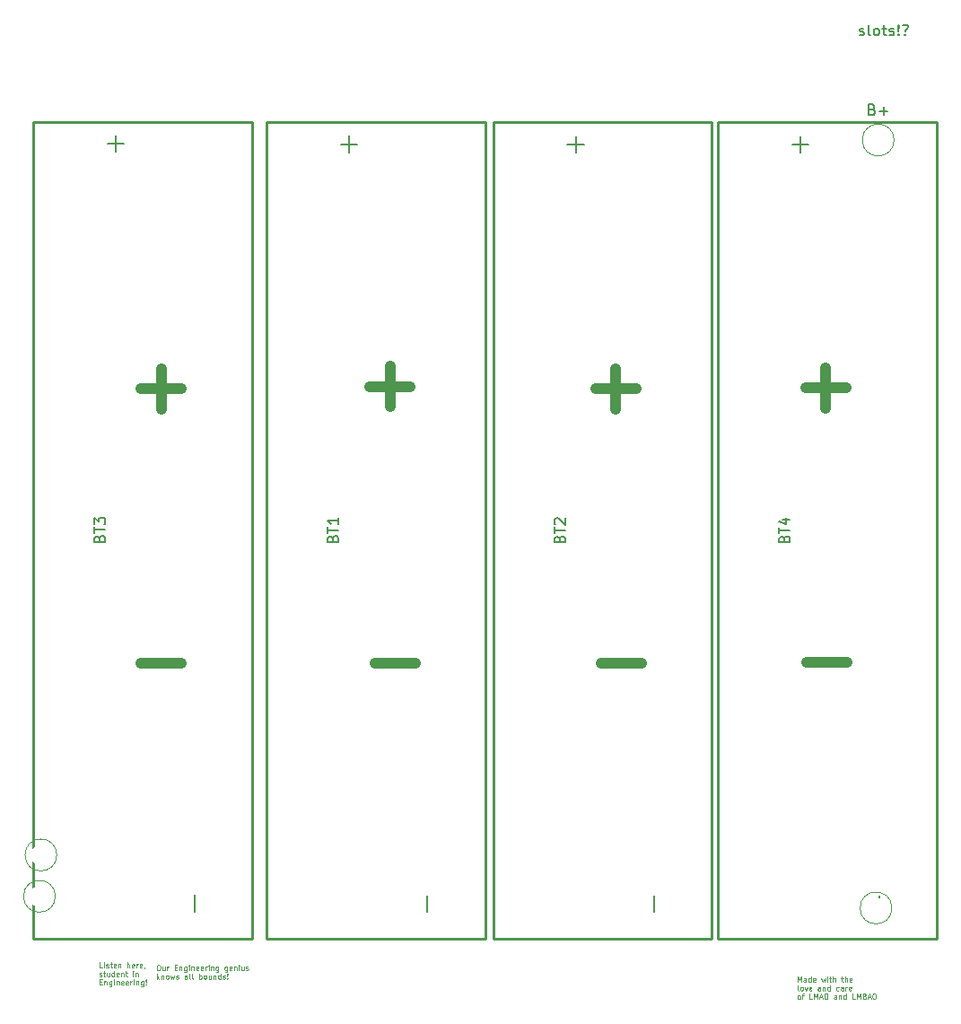
<source format=gbr>
%TF.GenerationSoftware,KiCad,Pcbnew,9.0.0*%
%TF.CreationDate,2025-05-14T15:36:39-07:00*%
%TF.ProjectId,battery_pack_v1a,62617474-6572-4795-9f70-61636b5f7631,rev?*%
%TF.SameCoordinates,Original*%
%TF.FileFunction,Legend,Top*%
%TF.FilePolarity,Positive*%
%FSLAX46Y46*%
G04 Gerber Fmt 4.6, Leading zero omitted, Abs format (unit mm)*
G04 Created by KiCad (PCBNEW 9.0.0) date 2025-05-14 15:36:39*
%MOMM*%
%LPD*%
G01*
G04 APERTURE LIST*
%ADD10C,1.000000*%
%ADD11C,0.150000*%
%ADD12C,0.125000*%
%ADD13C,0.200000*%
%ADD14C,0.250000*%
%ADD15C,0.120000*%
%ADD16C,5.000000*%
%ADD17C,3.300000*%
%ADD18C,2.400000*%
%ADD19O,3.500000X2.500000*%
%ADD20C,2.000000*%
G04 APERTURE END LIST*
D10*
X122448370Y-76031333D02*
X126257894Y-76031333D01*
X124353132Y-77936095D02*
X124353132Y-74126571D01*
X165848370Y-101931333D02*
X169657894Y-101931333D01*
X165348370Y-76031333D02*
X169157894Y-76031333D01*
X167253132Y-77936095D02*
X167253132Y-74126571D01*
X122448370Y-101931333D02*
X126257894Y-101931333D01*
D11*
X190249160Y-42632200D02*
X190344398Y-42679819D01*
X190344398Y-42679819D02*
X190534874Y-42679819D01*
X190534874Y-42679819D02*
X190630112Y-42632200D01*
X190630112Y-42632200D02*
X190677731Y-42536961D01*
X190677731Y-42536961D02*
X190677731Y-42489342D01*
X190677731Y-42489342D02*
X190630112Y-42394104D01*
X190630112Y-42394104D02*
X190534874Y-42346485D01*
X190534874Y-42346485D02*
X190392017Y-42346485D01*
X190392017Y-42346485D02*
X190296779Y-42298866D01*
X190296779Y-42298866D02*
X190249160Y-42203628D01*
X190249160Y-42203628D02*
X190249160Y-42156009D01*
X190249160Y-42156009D02*
X190296779Y-42060771D01*
X190296779Y-42060771D02*
X190392017Y-42013152D01*
X190392017Y-42013152D02*
X190534874Y-42013152D01*
X190534874Y-42013152D02*
X190630112Y-42060771D01*
X191249160Y-42679819D02*
X191153922Y-42632200D01*
X191153922Y-42632200D02*
X191106303Y-42536961D01*
X191106303Y-42536961D02*
X191106303Y-41679819D01*
X191772970Y-42679819D02*
X191677732Y-42632200D01*
X191677732Y-42632200D02*
X191630113Y-42584580D01*
X191630113Y-42584580D02*
X191582494Y-42489342D01*
X191582494Y-42489342D02*
X191582494Y-42203628D01*
X191582494Y-42203628D02*
X191630113Y-42108390D01*
X191630113Y-42108390D02*
X191677732Y-42060771D01*
X191677732Y-42060771D02*
X191772970Y-42013152D01*
X191772970Y-42013152D02*
X191915827Y-42013152D01*
X191915827Y-42013152D02*
X192011065Y-42060771D01*
X192011065Y-42060771D02*
X192058684Y-42108390D01*
X192058684Y-42108390D02*
X192106303Y-42203628D01*
X192106303Y-42203628D02*
X192106303Y-42489342D01*
X192106303Y-42489342D02*
X192058684Y-42584580D01*
X192058684Y-42584580D02*
X192011065Y-42632200D01*
X192011065Y-42632200D02*
X191915827Y-42679819D01*
X191915827Y-42679819D02*
X191772970Y-42679819D01*
X192392018Y-42013152D02*
X192772970Y-42013152D01*
X192534875Y-41679819D02*
X192534875Y-42536961D01*
X192534875Y-42536961D02*
X192582494Y-42632200D01*
X192582494Y-42632200D02*
X192677732Y-42679819D01*
X192677732Y-42679819D02*
X192772970Y-42679819D01*
X193058685Y-42632200D02*
X193153923Y-42679819D01*
X193153923Y-42679819D02*
X193344399Y-42679819D01*
X193344399Y-42679819D02*
X193439637Y-42632200D01*
X193439637Y-42632200D02*
X193487256Y-42536961D01*
X193487256Y-42536961D02*
X193487256Y-42489342D01*
X193487256Y-42489342D02*
X193439637Y-42394104D01*
X193439637Y-42394104D02*
X193344399Y-42346485D01*
X193344399Y-42346485D02*
X193201542Y-42346485D01*
X193201542Y-42346485D02*
X193106304Y-42298866D01*
X193106304Y-42298866D02*
X193058685Y-42203628D01*
X193058685Y-42203628D02*
X193058685Y-42156009D01*
X193058685Y-42156009D02*
X193106304Y-42060771D01*
X193106304Y-42060771D02*
X193201542Y-42013152D01*
X193201542Y-42013152D02*
X193344399Y-42013152D01*
X193344399Y-42013152D02*
X193439637Y-42060771D01*
X193915828Y-42584580D02*
X193963447Y-42632200D01*
X193963447Y-42632200D02*
X193915828Y-42679819D01*
X193915828Y-42679819D02*
X193868209Y-42632200D01*
X193868209Y-42632200D02*
X193915828Y-42584580D01*
X193915828Y-42584580D02*
X193915828Y-42679819D01*
X193915828Y-42298866D02*
X193868209Y-41727438D01*
X193868209Y-41727438D02*
X193915828Y-41679819D01*
X193915828Y-41679819D02*
X193963447Y-41727438D01*
X193963447Y-41727438D02*
X193915828Y-42298866D01*
X193915828Y-42298866D02*
X193915828Y-41679819D01*
X194534875Y-42584580D02*
X194582494Y-42632200D01*
X194582494Y-42632200D02*
X194534875Y-42679819D01*
X194534875Y-42679819D02*
X194487256Y-42632200D01*
X194487256Y-42632200D02*
X194534875Y-42584580D01*
X194534875Y-42584580D02*
X194534875Y-42679819D01*
X194344399Y-41727438D02*
X194439637Y-41679819D01*
X194439637Y-41679819D02*
X194677732Y-41679819D01*
X194677732Y-41679819D02*
X194772970Y-41727438D01*
X194772970Y-41727438D02*
X194820589Y-41822676D01*
X194820589Y-41822676D02*
X194820589Y-41917914D01*
X194820589Y-41917914D02*
X194772970Y-42013152D01*
X194772970Y-42013152D02*
X194725351Y-42060771D01*
X194725351Y-42060771D02*
X194630113Y-42108390D01*
X194630113Y-42108390D02*
X194582494Y-42156009D01*
X194582494Y-42156009D02*
X194534875Y-42251247D01*
X194534875Y-42251247D02*
X194534875Y-42298866D01*
D12*
X118789378Y-130642365D02*
X118551283Y-130642365D01*
X118551283Y-130642365D02*
X118551283Y-130142365D01*
X118956045Y-130642365D02*
X118956045Y-130309032D01*
X118956045Y-130142365D02*
X118932236Y-130166175D01*
X118932236Y-130166175D02*
X118956045Y-130189984D01*
X118956045Y-130189984D02*
X118979855Y-130166175D01*
X118979855Y-130166175D02*
X118956045Y-130142365D01*
X118956045Y-130142365D02*
X118956045Y-130189984D01*
X119170331Y-130618556D02*
X119217950Y-130642365D01*
X119217950Y-130642365D02*
X119313188Y-130642365D01*
X119313188Y-130642365D02*
X119360807Y-130618556D01*
X119360807Y-130618556D02*
X119384616Y-130570936D01*
X119384616Y-130570936D02*
X119384616Y-130547127D01*
X119384616Y-130547127D02*
X119360807Y-130499508D01*
X119360807Y-130499508D02*
X119313188Y-130475698D01*
X119313188Y-130475698D02*
X119241759Y-130475698D01*
X119241759Y-130475698D02*
X119194140Y-130451889D01*
X119194140Y-130451889D02*
X119170331Y-130404270D01*
X119170331Y-130404270D02*
X119170331Y-130380460D01*
X119170331Y-130380460D02*
X119194140Y-130332841D01*
X119194140Y-130332841D02*
X119241759Y-130309032D01*
X119241759Y-130309032D02*
X119313188Y-130309032D01*
X119313188Y-130309032D02*
X119360807Y-130332841D01*
X119527474Y-130309032D02*
X119717950Y-130309032D01*
X119598902Y-130142365D02*
X119598902Y-130570936D01*
X119598902Y-130570936D02*
X119622712Y-130618556D01*
X119622712Y-130618556D02*
X119670331Y-130642365D01*
X119670331Y-130642365D02*
X119717950Y-130642365D01*
X120075092Y-130618556D02*
X120027473Y-130642365D01*
X120027473Y-130642365D02*
X119932235Y-130642365D01*
X119932235Y-130642365D02*
X119884616Y-130618556D01*
X119884616Y-130618556D02*
X119860807Y-130570936D01*
X119860807Y-130570936D02*
X119860807Y-130380460D01*
X119860807Y-130380460D02*
X119884616Y-130332841D01*
X119884616Y-130332841D02*
X119932235Y-130309032D01*
X119932235Y-130309032D02*
X120027473Y-130309032D01*
X120027473Y-130309032D02*
X120075092Y-130332841D01*
X120075092Y-130332841D02*
X120098902Y-130380460D01*
X120098902Y-130380460D02*
X120098902Y-130428079D01*
X120098902Y-130428079D02*
X119860807Y-130475698D01*
X120313187Y-130309032D02*
X120313187Y-130642365D01*
X120313187Y-130356651D02*
X120336997Y-130332841D01*
X120336997Y-130332841D02*
X120384616Y-130309032D01*
X120384616Y-130309032D02*
X120456044Y-130309032D01*
X120456044Y-130309032D02*
X120503663Y-130332841D01*
X120503663Y-130332841D02*
X120527473Y-130380460D01*
X120527473Y-130380460D02*
X120527473Y-130642365D01*
X121146520Y-130642365D02*
X121146520Y-130142365D01*
X121360806Y-130642365D02*
X121360806Y-130380460D01*
X121360806Y-130380460D02*
X121336996Y-130332841D01*
X121336996Y-130332841D02*
X121289377Y-130309032D01*
X121289377Y-130309032D02*
X121217949Y-130309032D01*
X121217949Y-130309032D02*
X121170330Y-130332841D01*
X121170330Y-130332841D02*
X121146520Y-130356651D01*
X121789377Y-130618556D02*
X121741758Y-130642365D01*
X121741758Y-130642365D02*
X121646520Y-130642365D01*
X121646520Y-130642365D02*
X121598901Y-130618556D01*
X121598901Y-130618556D02*
X121575092Y-130570936D01*
X121575092Y-130570936D02*
X121575092Y-130380460D01*
X121575092Y-130380460D02*
X121598901Y-130332841D01*
X121598901Y-130332841D02*
X121646520Y-130309032D01*
X121646520Y-130309032D02*
X121741758Y-130309032D01*
X121741758Y-130309032D02*
X121789377Y-130332841D01*
X121789377Y-130332841D02*
X121813187Y-130380460D01*
X121813187Y-130380460D02*
X121813187Y-130428079D01*
X121813187Y-130428079D02*
X121575092Y-130475698D01*
X122027472Y-130642365D02*
X122027472Y-130309032D01*
X122027472Y-130404270D02*
X122051282Y-130356651D01*
X122051282Y-130356651D02*
X122075091Y-130332841D01*
X122075091Y-130332841D02*
X122122710Y-130309032D01*
X122122710Y-130309032D02*
X122170329Y-130309032D01*
X122527472Y-130618556D02*
X122479853Y-130642365D01*
X122479853Y-130642365D02*
X122384615Y-130642365D01*
X122384615Y-130642365D02*
X122336996Y-130618556D01*
X122336996Y-130618556D02*
X122313187Y-130570936D01*
X122313187Y-130570936D02*
X122313187Y-130380460D01*
X122313187Y-130380460D02*
X122336996Y-130332841D01*
X122336996Y-130332841D02*
X122384615Y-130309032D01*
X122384615Y-130309032D02*
X122479853Y-130309032D01*
X122479853Y-130309032D02*
X122527472Y-130332841D01*
X122527472Y-130332841D02*
X122551282Y-130380460D01*
X122551282Y-130380460D02*
X122551282Y-130428079D01*
X122551282Y-130428079D02*
X122313187Y-130475698D01*
X122789377Y-130618556D02*
X122789377Y-130642365D01*
X122789377Y-130642365D02*
X122765567Y-130689984D01*
X122765567Y-130689984D02*
X122741758Y-130713794D01*
X118527474Y-131423528D02*
X118575093Y-131447337D01*
X118575093Y-131447337D02*
X118670331Y-131447337D01*
X118670331Y-131447337D02*
X118717950Y-131423528D01*
X118717950Y-131423528D02*
X118741759Y-131375908D01*
X118741759Y-131375908D02*
X118741759Y-131352099D01*
X118741759Y-131352099D02*
X118717950Y-131304480D01*
X118717950Y-131304480D02*
X118670331Y-131280670D01*
X118670331Y-131280670D02*
X118598902Y-131280670D01*
X118598902Y-131280670D02*
X118551283Y-131256861D01*
X118551283Y-131256861D02*
X118527474Y-131209242D01*
X118527474Y-131209242D02*
X118527474Y-131185432D01*
X118527474Y-131185432D02*
X118551283Y-131137813D01*
X118551283Y-131137813D02*
X118598902Y-131114004D01*
X118598902Y-131114004D02*
X118670331Y-131114004D01*
X118670331Y-131114004D02*
X118717950Y-131137813D01*
X118884617Y-131114004D02*
X119075093Y-131114004D01*
X118956045Y-130947337D02*
X118956045Y-131375908D01*
X118956045Y-131375908D02*
X118979855Y-131423528D01*
X118979855Y-131423528D02*
X119027474Y-131447337D01*
X119027474Y-131447337D02*
X119075093Y-131447337D01*
X119456045Y-131114004D02*
X119456045Y-131447337D01*
X119241759Y-131114004D02*
X119241759Y-131375908D01*
X119241759Y-131375908D02*
X119265569Y-131423528D01*
X119265569Y-131423528D02*
X119313188Y-131447337D01*
X119313188Y-131447337D02*
X119384616Y-131447337D01*
X119384616Y-131447337D02*
X119432235Y-131423528D01*
X119432235Y-131423528D02*
X119456045Y-131399718D01*
X119908426Y-131447337D02*
X119908426Y-130947337D01*
X119908426Y-131423528D02*
X119860807Y-131447337D01*
X119860807Y-131447337D02*
X119765569Y-131447337D01*
X119765569Y-131447337D02*
X119717950Y-131423528D01*
X119717950Y-131423528D02*
X119694140Y-131399718D01*
X119694140Y-131399718D02*
X119670331Y-131352099D01*
X119670331Y-131352099D02*
X119670331Y-131209242D01*
X119670331Y-131209242D02*
X119694140Y-131161623D01*
X119694140Y-131161623D02*
X119717950Y-131137813D01*
X119717950Y-131137813D02*
X119765569Y-131114004D01*
X119765569Y-131114004D02*
X119860807Y-131114004D01*
X119860807Y-131114004D02*
X119908426Y-131137813D01*
X120336997Y-131423528D02*
X120289378Y-131447337D01*
X120289378Y-131447337D02*
X120194140Y-131447337D01*
X120194140Y-131447337D02*
X120146521Y-131423528D01*
X120146521Y-131423528D02*
X120122712Y-131375908D01*
X120122712Y-131375908D02*
X120122712Y-131185432D01*
X120122712Y-131185432D02*
X120146521Y-131137813D01*
X120146521Y-131137813D02*
X120194140Y-131114004D01*
X120194140Y-131114004D02*
X120289378Y-131114004D01*
X120289378Y-131114004D02*
X120336997Y-131137813D01*
X120336997Y-131137813D02*
X120360807Y-131185432D01*
X120360807Y-131185432D02*
X120360807Y-131233051D01*
X120360807Y-131233051D02*
X120122712Y-131280670D01*
X120575092Y-131114004D02*
X120575092Y-131447337D01*
X120575092Y-131161623D02*
X120598902Y-131137813D01*
X120598902Y-131137813D02*
X120646521Y-131114004D01*
X120646521Y-131114004D02*
X120717949Y-131114004D01*
X120717949Y-131114004D02*
X120765568Y-131137813D01*
X120765568Y-131137813D02*
X120789378Y-131185432D01*
X120789378Y-131185432D02*
X120789378Y-131447337D01*
X120956045Y-131114004D02*
X121146521Y-131114004D01*
X121027473Y-130947337D02*
X121027473Y-131375908D01*
X121027473Y-131375908D02*
X121051283Y-131423528D01*
X121051283Y-131423528D02*
X121098902Y-131447337D01*
X121098902Y-131447337D02*
X121146521Y-131447337D01*
X121694139Y-131447337D02*
X121694139Y-131114004D01*
X121694139Y-130947337D02*
X121670330Y-130971147D01*
X121670330Y-130971147D02*
X121694139Y-130994956D01*
X121694139Y-130994956D02*
X121717949Y-130971147D01*
X121717949Y-130971147D02*
X121694139Y-130947337D01*
X121694139Y-130947337D02*
X121694139Y-130994956D01*
X121932234Y-131114004D02*
X121932234Y-131447337D01*
X121932234Y-131161623D02*
X121956044Y-131137813D01*
X121956044Y-131137813D02*
X122003663Y-131114004D01*
X122003663Y-131114004D02*
X122075091Y-131114004D01*
X122075091Y-131114004D02*
X122122710Y-131137813D01*
X122122710Y-131137813D02*
X122146520Y-131185432D01*
X122146520Y-131185432D02*
X122146520Y-131447337D01*
X118551283Y-131990404D02*
X118717950Y-131990404D01*
X118789378Y-132252309D02*
X118551283Y-132252309D01*
X118551283Y-132252309D02*
X118551283Y-131752309D01*
X118551283Y-131752309D02*
X118789378Y-131752309D01*
X119003664Y-131918976D02*
X119003664Y-132252309D01*
X119003664Y-131966595D02*
X119027474Y-131942785D01*
X119027474Y-131942785D02*
X119075093Y-131918976D01*
X119075093Y-131918976D02*
X119146521Y-131918976D01*
X119146521Y-131918976D02*
X119194140Y-131942785D01*
X119194140Y-131942785D02*
X119217950Y-131990404D01*
X119217950Y-131990404D02*
X119217950Y-132252309D01*
X119670331Y-131918976D02*
X119670331Y-132323738D01*
X119670331Y-132323738D02*
X119646521Y-132371357D01*
X119646521Y-132371357D02*
X119622712Y-132395166D01*
X119622712Y-132395166D02*
X119575093Y-132418976D01*
X119575093Y-132418976D02*
X119503664Y-132418976D01*
X119503664Y-132418976D02*
X119456045Y-132395166D01*
X119670331Y-132228500D02*
X119622712Y-132252309D01*
X119622712Y-132252309D02*
X119527474Y-132252309D01*
X119527474Y-132252309D02*
X119479855Y-132228500D01*
X119479855Y-132228500D02*
X119456045Y-132204690D01*
X119456045Y-132204690D02*
X119432236Y-132157071D01*
X119432236Y-132157071D02*
X119432236Y-132014214D01*
X119432236Y-132014214D02*
X119456045Y-131966595D01*
X119456045Y-131966595D02*
X119479855Y-131942785D01*
X119479855Y-131942785D02*
X119527474Y-131918976D01*
X119527474Y-131918976D02*
X119622712Y-131918976D01*
X119622712Y-131918976D02*
X119670331Y-131942785D01*
X119908426Y-132252309D02*
X119908426Y-131918976D01*
X119908426Y-131752309D02*
X119884617Y-131776119D01*
X119884617Y-131776119D02*
X119908426Y-131799928D01*
X119908426Y-131799928D02*
X119932236Y-131776119D01*
X119932236Y-131776119D02*
X119908426Y-131752309D01*
X119908426Y-131752309D02*
X119908426Y-131799928D01*
X120146521Y-131918976D02*
X120146521Y-132252309D01*
X120146521Y-131966595D02*
X120170331Y-131942785D01*
X120170331Y-131942785D02*
X120217950Y-131918976D01*
X120217950Y-131918976D02*
X120289378Y-131918976D01*
X120289378Y-131918976D02*
X120336997Y-131942785D01*
X120336997Y-131942785D02*
X120360807Y-131990404D01*
X120360807Y-131990404D02*
X120360807Y-132252309D01*
X120789378Y-132228500D02*
X120741759Y-132252309D01*
X120741759Y-132252309D02*
X120646521Y-132252309D01*
X120646521Y-132252309D02*
X120598902Y-132228500D01*
X120598902Y-132228500D02*
X120575093Y-132180880D01*
X120575093Y-132180880D02*
X120575093Y-131990404D01*
X120575093Y-131990404D02*
X120598902Y-131942785D01*
X120598902Y-131942785D02*
X120646521Y-131918976D01*
X120646521Y-131918976D02*
X120741759Y-131918976D01*
X120741759Y-131918976D02*
X120789378Y-131942785D01*
X120789378Y-131942785D02*
X120813188Y-131990404D01*
X120813188Y-131990404D02*
X120813188Y-132038023D01*
X120813188Y-132038023D02*
X120575093Y-132085642D01*
X121217949Y-132228500D02*
X121170330Y-132252309D01*
X121170330Y-132252309D02*
X121075092Y-132252309D01*
X121075092Y-132252309D02*
X121027473Y-132228500D01*
X121027473Y-132228500D02*
X121003664Y-132180880D01*
X121003664Y-132180880D02*
X121003664Y-131990404D01*
X121003664Y-131990404D02*
X121027473Y-131942785D01*
X121027473Y-131942785D02*
X121075092Y-131918976D01*
X121075092Y-131918976D02*
X121170330Y-131918976D01*
X121170330Y-131918976D02*
X121217949Y-131942785D01*
X121217949Y-131942785D02*
X121241759Y-131990404D01*
X121241759Y-131990404D02*
X121241759Y-132038023D01*
X121241759Y-132038023D02*
X121003664Y-132085642D01*
X121456044Y-132252309D02*
X121456044Y-131918976D01*
X121456044Y-132014214D02*
X121479854Y-131966595D01*
X121479854Y-131966595D02*
X121503663Y-131942785D01*
X121503663Y-131942785D02*
X121551282Y-131918976D01*
X121551282Y-131918976D02*
X121598901Y-131918976D01*
X121765568Y-132252309D02*
X121765568Y-131918976D01*
X121765568Y-131752309D02*
X121741759Y-131776119D01*
X121741759Y-131776119D02*
X121765568Y-131799928D01*
X121765568Y-131799928D02*
X121789378Y-131776119D01*
X121789378Y-131776119D02*
X121765568Y-131752309D01*
X121765568Y-131752309D02*
X121765568Y-131799928D01*
X122003663Y-131918976D02*
X122003663Y-132252309D01*
X122003663Y-131966595D02*
X122027473Y-131942785D01*
X122027473Y-131942785D02*
X122075092Y-131918976D01*
X122075092Y-131918976D02*
X122146520Y-131918976D01*
X122146520Y-131918976D02*
X122194139Y-131942785D01*
X122194139Y-131942785D02*
X122217949Y-131990404D01*
X122217949Y-131990404D02*
X122217949Y-132252309D01*
X122670330Y-131918976D02*
X122670330Y-132323738D01*
X122670330Y-132323738D02*
X122646520Y-132371357D01*
X122646520Y-132371357D02*
X122622711Y-132395166D01*
X122622711Y-132395166D02*
X122575092Y-132418976D01*
X122575092Y-132418976D02*
X122503663Y-132418976D01*
X122503663Y-132418976D02*
X122456044Y-132395166D01*
X122670330Y-132228500D02*
X122622711Y-132252309D01*
X122622711Y-132252309D02*
X122527473Y-132252309D01*
X122527473Y-132252309D02*
X122479854Y-132228500D01*
X122479854Y-132228500D02*
X122456044Y-132204690D01*
X122456044Y-132204690D02*
X122432235Y-132157071D01*
X122432235Y-132157071D02*
X122432235Y-132014214D01*
X122432235Y-132014214D02*
X122456044Y-131966595D01*
X122456044Y-131966595D02*
X122479854Y-131942785D01*
X122479854Y-131942785D02*
X122527473Y-131918976D01*
X122527473Y-131918976D02*
X122622711Y-131918976D01*
X122622711Y-131918976D02*
X122670330Y-131942785D01*
X122908425Y-132204690D02*
X122932235Y-132228500D01*
X122932235Y-132228500D02*
X122908425Y-132252309D01*
X122908425Y-132252309D02*
X122884616Y-132228500D01*
X122884616Y-132228500D02*
X122908425Y-132204690D01*
X122908425Y-132204690D02*
X122908425Y-132252309D01*
X122908425Y-132061833D02*
X122884616Y-131776119D01*
X122884616Y-131776119D02*
X122908425Y-131752309D01*
X122908425Y-131752309D02*
X122932235Y-131776119D01*
X122932235Y-131776119D02*
X122908425Y-132061833D01*
X122908425Y-132061833D02*
X122908425Y-131752309D01*
X124046521Y-130377337D02*
X124141759Y-130377337D01*
X124141759Y-130377337D02*
X124189378Y-130401147D01*
X124189378Y-130401147D02*
X124236997Y-130448766D01*
X124236997Y-130448766D02*
X124260807Y-130544004D01*
X124260807Y-130544004D02*
X124260807Y-130710670D01*
X124260807Y-130710670D02*
X124236997Y-130805908D01*
X124236997Y-130805908D02*
X124189378Y-130853528D01*
X124189378Y-130853528D02*
X124141759Y-130877337D01*
X124141759Y-130877337D02*
X124046521Y-130877337D01*
X124046521Y-130877337D02*
X123998902Y-130853528D01*
X123998902Y-130853528D02*
X123951283Y-130805908D01*
X123951283Y-130805908D02*
X123927474Y-130710670D01*
X123927474Y-130710670D02*
X123927474Y-130544004D01*
X123927474Y-130544004D02*
X123951283Y-130448766D01*
X123951283Y-130448766D02*
X123998902Y-130401147D01*
X123998902Y-130401147D02*
X124046521Y-130377337D01*
X124689379Y-130544004D02*
X124689379Y-130877337D01*
X124475093Y-130544004D02*
X124475093Y-130805908D01*
X124475093Y-130805908D02*
X124498903Y-130853528D01*
X124498903Y-130853528D02*
X124546522Y-130877337D01*
X124546522Y-130877337D02*
X124617950Y-130877337D01*
X124617950Y-130877337D02*
X124665569Y-130853528D01*
X124665569Y-130853528D02*
X124689379Y-130829718D01*
X124927474Y-130877337D02*
X124927474Y-130544004D01*
X124927474Y-130639242D02*
X124951284Y-130591623D01*
X124951284Y-130591623D02*
X124975093Y-130567813D01*
X124975093Y-130567813D02*
X125022712Y-130544004D01*
X125022712Y-130544004D02*
X125070331Y-130544004D01*
X125617950Y-130615432D02*
X125784617Y-130615432D01*
X125856045Y-130877337D02*
X125617950Y-130877337D01*
X125617950Y-130877337D02*
X125617950Y-130377337D01*
X125617950Y-130377337D02*
X125856045Y-130377337D01*
X126070331Y-130544004D02*
X126070331Y-130877337D01*
X126070331Y-130591623D02*
X126094141Y-130567813D01*
X126094141Y-130567813D02*
X126141760Y-130544004D01*
X126141760Y-130544004D02*
X126213188Y-130544004D01*
X126213188Y-130544004D02*
X126260807Y-130567813D01*
X126260807Y-130567813D02*
X126284617Y-130615432D01*
X126284617Y-130615432D02*
X126284617Y-130877337D01*
X126736998Y-130544004D02*
X126736998Y-130948766D01*
X126736998Y-130948766D02*
X126713188Y-130996385D01*
X126713188Y-130996385D02*
X126689379Y-131020194D01*
X126689379Y-131020194D02*
X126641760Y-131044004D01*
X126641760Y-131044004D02*
X126570331Y-131044004D01*
X126570331Y-131044004D02*
X126522712Y-131020194D01*
X126736998Y-130853528D02*
X126689379Y-130877337D01*
X126689379Y-130877337D02*
X126594141Y-130877337D01*
X126594141Y-130877337D02*
X126546522Y-130853528D01*
X126546522Y-130853528D02*
X126522712Y-130829718D01*
X126522712Y-130829718D02*
X126498903Y-130782099D01*
X126498903Y-130782099D02*
X126498903Y-130639242D01*
X126498903Y-130639242D02*
X126522712Y-130591623D01*
X126522712Y-130591623D02*
X126546522Y-130567813D01*
X126546522Y-130567813D02*
X126594141Y-130544004D01*
X126594141Y-130544004D02*
X126689379Y-130544004D01*
X126689379Y-130544004D02*
X126736998Y-130567813D01*
X126975093Y-130877337D02*
X126975093Y-130544004D01*
X126975093Y-130377337D02*
X126951284Y-130401147D01*
X126951284Y-130401147D02*
X126975093Y-130424956D01*
X126975093Y-130424956D02*
X126998903Y-130401147D01*
X126998903Y-130401147D02*
X126975093Y-130377337D01*
X126975093Y-130377337D02*
X126975093Y-130424956D01*
X127213188Y-130544004D02*
X127213188Y-130877337D01*
X127213188Y-130591623D02*
X127236998Y-130567813D01*
X127236998Y-130567813D02*
X127284617Y-130544004D01*
X127284617Y-130544004D02*
X127356045Y-130544004D01*
X127356045Y-130544004D02*
X127403664Y-130567813D01*
X127403664Y-130567813D02*
X127427474Y-130615432D01*
X127427474Y-130615432D02*
X127427474Y-130877337D01*
X127856045Y-130853528D02*
X127808426Y-130877337D01*
X127808426Y-130877337D02*
X127713188Y-130877337D01*
X127713188Y-130877337D02*
X127665569Y-130853528D01*
X127665569Y-130853528D02*
X127641760Y-130805908D01*
X127641760Y-130805908D02*
X127641760Y-130615432D01*
X127641760Y-130615432D02*
X127665569Y-130567813D01*
X127665569Y-130567813D02*
X127713188Y-130544004D01*
X127713188Y-130544004D02*
X127808426Y-130544004D01*
X127808426Y-130544004D02*
X127856045Y-130567813D01*
X127856045Y-130567813D02*
X127879855Y-130615432D01*
X127879855Y-130615432D02*
X127879855Y-130663051D01*
X127879855Y-130663051D02*
X127641760Y-130710670D01*
X128284616Y-130853528D02*
X128236997Y-130877337D01*
X128236997Y-130877337D02*
X128141759Y-130877337D01*
X128141759Y-130877337D02*
X128094140Y-130853528D01*
X128094140Y-130853528D02*
X128070331Y-130805908D01*
X128070331Y-130805908D02*
X128070331Y-130615432D01*
X128070331Y-130615432D02*
X128094140Y-130567813D01*
X128094140Y-130567813D02*
X128141759Y-130544004D01*
X128141759Y-130544004D02*
X128236997Y-130544004D01*
X128236997Y-130544004D02*
X128284616Y-130567813D01*
X128284616Y-130567813D02*
X128308426Y-130615432D01*
X128308426Y-130615432D02*
X128308426Y-130663051D01*
X128308426Y-130663051D02*
X128070331Y-130710670D01*
X128522711Y-130877337D02*
X128522711Y-130544004D01*
X128522711Y-130639242D02*
X128546521Y-130591623D01*
X128546521Y-130591623D02*
X128570330Y-130567813D01*
X128570330Y-130567813D02*
X128617949Y-130544004D01*
X128617949Y-130544004D02*
X128665568Y-130544004D01*
X128832235Y-130877337D02*
X128832235Y-130544004D01*
X128832235Y-130377337D02*
X128808426Y-130401147D01*
X128808426Y-130401147D02*
X128832235Y-130424956D01*
X128832235Y-130424956D02*
X128856045Y-130401147D01*
X128856045Y-130401147D02*
X128832235Y-130377337D01*
X128832235Y-130377337D02*
X128832235Y-130424956D01*
X129070330Y-130544004D02*
X129070330Y-130877337D01*
X129070330Y-130591623D02*
X129094140Y-130567813D01*
X129094140Y-130567813D02*
X129141759Y-130544004D01*
X129141759Y-130544004D02*
X129213187Y-130544004D01*
X129213187Y-130544004D02*
X129260806Y-130567813D01*
X129260806Y-130567813D02*
X129284616Y-130615432D01*
X129284616Y-130615432D02*
X129284616Y-130877337D01*
X129736997Y-130544004D02*
X129736997Y-130948766D01*
X129736997Y-130948766D02*
X129713187Y-130996385D01*
X129713187Y-130996385D02*
X129689378Y-131020194D01*
X129689378Y-131020194D02*
X129641759Y-131044004D01*
X129641759Y-131044004D02*
X129570330Y-131044004D01*
X129570330Y-131044004D02*
X129522711Y-131020194D01*
X129736997Y-130853528D02*
X129689378Y-130877337D01*
X129689378Y-130877337D02*
X129594140Y-130877337D01*
X129594140Y-130877337D02*
X129546521Y-130853528D01*
X129546521Y-130853528D02*
X129522711Y-130829718D01*
X129522711Y-130829718D02*
X129498902Y-130782099D01*
X129498902Y-130782099D02*
X129498902Y-130639242D01*
X129498902Y-130639242D02*
X129522711Y-130591623D01*
X129522711Y-130591623D02*
X129546521Y-130567813D01*
X129546521Y-130567813D02*
X129594140Y-130544004D01*
X129594140Y-130544004D02*
X129689378Y-130544004D01*
X129689378Y-130544004D02*
X129736997Y-130567813D01*
X130570330Y-130544004D02*
X130570330Y-130948766D01*
X130570330Y-130948766D02*
X130546520Y-130996385D01*
X130546520Y-130996385D02*
X130522711Y-131020194D01*
X130522711Y-131020194D02*
X130475092Y-131044004D01*
X130475092Y-131044004D02*
X130403663Y-131044004D01*
X130403663Y-131044004D02*
X130356044Y-131020194D01*
X130570330Y-130853528D02*
X130522711Y-130877337D01*
X130522711Y-130877337D02*
X130427473Y-130877337D01*
X130427473Y-130877337D02*
X130379854Y-130853528D01*
X130379854Y-130853528D02*
X130356044Y-130829718D01*
X130356044Y-130829718D02*
X130332235Y-130782099D01*
X130332235Y-130782099D02*
X130332235Y-130639242D01*
X130332235Y-130639242D02*
X130356044Y-130591623D01*
X130356044Y-130591623D02*
X130379854Y-130567813D01*
X130379854Y-130567813D02*
X130427473Y-130544004D01*
X130427473Y-130544004D02*
X130522711Y-130544004D01*
X130522711Y-130544004D02*
X130570330Y-130567813D01*
X130998901Y-130853528D02*
X130951282Y-130877337D01*
X130951282Y-130877337D02*
X130856044Y-130877337D01*
X130856044Y-130877337D02*
X130808425Y-130853528D01*
X130808425Y-130853528D02*
X130784616Y-130805908D01*
X130784616Y-130805908D02*
X130784616Y-130615432D01*
X130784616Y-130615432D02*
X130808425Y-130567813D01*
X130808425Y-130567813D02*
X130856044Y-130544004D01*
X130856044Y-130544004D02*
X130951282Y-130544004D01*
X130951282Y-130544004D02*
X130998901Y-130567813D01*
X130998901Y-130567813D02*
X131022711Y-130615432D01*
X131022711Y-130615432D02*
X131022711Y-130663051D01*
X131022711Y-130663051D02*
X130784616Y-130710670D01*
X131236996Y-130544004D02*
X131236996Y-130877337D01*
X131236996Y-130591623D02*
X131260806Y-130567813D01*
X131260806Y-130567813D02*
X131308425Y-130544004D01*
X131308425Y-130544004D02*
X131379853Y-130544004D01*
X131379853Y-130544004D02*
X131427472Y-130567813D01*
X131427472Y-130567813D02*
X131451282Y-130615432D01*
X131451282Y-130615432D02*
X131451282Y-130877337D01*
X131689377Y-130877337D02*
X131689377Y-130544004D01*
X131689377Y-130377337D02*
X131665568Y-130401147D01*
X131665568Y-130401147D02*
X131689377Y-130424956D01*
X131689377Y-130424956D02*
X131713187Y-130401147D01*
X131713187Y-130401147D02*
X131689377Y-130377337D01*
X131689377Y-130377337D02*
X131689377Y-130424956D01*
X132141758Y-130544004D02*
X132141758Y-130877337D01*
X131927472Y-130544004D02*
X131927472Y-130805908D01*
X131927472Y-130805908D02*
X131951282Y-130853528D01*
X131951282Y-130853528D02*
X131998901Y-130877337D01*
X131998901Y-130877337D02*
X132070329Y-130877337D01*
X132070329Y-130877337D02*
X132117948Y-130853528D01*
X132117948Y-130853528D02*
X132141758Y-130829718D01*
X132356044Y-130853528D02*
X132403663Y-130877337D01*
X132403663Y-130877337D02*
X132498901Y-130877337D01*
X132498901Y-130877337D02*
X132546520Y-130853528D01*
X132546520Y-130853528D02*
X132570329Y-130805908D01*
X132570329Y-130805908D02*
X132570329Y-130782099D01*
X132570329Y-130782099D02*
X132546520Y-130734480D01*
X132546520Y-130734480D02*
X132498901Y-130710670D01*
X132498901Y-130710670D02*
X132427472Y-130710670D01*
X132427472Y-130710670D02*
X132379853Y-130686861D01*
X132379853Y-130686861D02*
X132356044Y-130639242D01*
X132356044Y-130639242D02*
X132356044Y-130615432D01*
X132356044Y-130615432D02*
X132379853Y-130567813D01*
X132379853Y-130567813D02*
X132427472Y-130544004D01*
X132427472Y-130544004D02*
X132498901Y-130544004D01*
X132498901Y-130544004D02*
X132546520Y-130567813D01*
X123951283Y-131682309D02*
X123951283Y-131182309D01*
X123998902Y-131491833D02*
X124141759Y-131682309D01*
X124141759Y-131348976D02*
X123951283Y-131539452D01*
X124356045Y-131348976D02*
X124356045Y-131682309D01*
X124356045Y-131396595D02*
X124379855Y-131372785D01*
X124379855Y-131372785D02*
X124427474Y-131348976D01*
X124427474Y-131348976D02*
X124498902Y-131348976D01*
X124498902Y-131348976D02*
X124546521Y-131372785D01*
X124546521Y-131372785D02*
X124570331Y-131420404D01*
X124570331Y-131420404D02*
X124570331Y-131682309D01*
X124879855Y-131682309D02*
X124832236Y-131658500D01*
X124832236Y-131658500D02*
X124808426Y-131634690D01*
X124808426Y-131634690D02*
X124784617Y-131587071D01*
X124784617Y-131587071D02*
X124784617Y-131444214D01*
X124784617Y-131444214D02*
X124808426Y-131396595D01*
X124808426Y-131396595D02*
X124832236Y-131372785D01*
X124832236Y-131372785D02*
X124879855Y-131348976D01*
X124879855Y-131348976D02*
X124951283Y-131348976D01*
X124951283Y-131348976D02*
X124998902Y-131372785D01*
X124998902Y-131372785D02*
X125022712Y-131396595D01*
X125022712Y-131396595D02*
X125046521Y-131444214D01*
X125046521Y-131444214D02*
X125046521Y-131587071D01*
X125046521Y-131587071D02*
X125022712Y-131634690D01*
X125022712Y-131634690D02*
X124998902Y-131658500D01*
X124998902Y-131658500D02*
X124951283Y-131682309D01*
X124951283Y-131682309D02*
X124879855Y-131682309D01*
X125213188Y-131348976D02*
X125308426Y-131682309D01*
X125308426Y-131682309D02*
X125403664Y-131444214D01*
X125403664Y-131444214D02*
X125498902Y-131682309D01*
X125498902Y-131682309D02*
X125594140Y-131348976D01*
X125760808Y-131658500D02*
X125808427Y-131682309D01*
X125808427Y-131682309D02*
X125903665Y-131682309D01*
X125903665Y-131682309D02*
X125951284Y-131658500D01*
X125951284Y-131658500D02*
X125975093Y-131610880D01*
X125975093Y-131610880D02*
X125975093Y-131587071D01*
X125975093Y-131587071D02*
X125951284Y-131539452D01*
X125951284Y-131539452D02*
X125903665Y-131515642D01*
X125903665Y-131515642D02*
X125832236Y-131515642D01*
X125832236Y-131515642D02*
X125784617Y-131491833D01*
X125784617Y-131491833D02*
X125760808Y-131444214D01*
X125760808Y-131444214D02*
X125760808Y-131420404D01*
X125760808Y-131420404D02*
X125784617Y-131372785D01*
X125784617Y-131372785D02*
X125832236Y-131348976D01*
X125832236Y-131348976D02*
X125903665Y-131348976D01*
X125903665Y-131348976D02*
X125951284Y-131372785D01*
X126784617Y-131682309D02*
X126784617Y-131420404D01*
X126784617Y-131420404D02*
X126760807Y-131372785D01*
X126760807Y-131372785D02*
X126713188Y-131348976D01*
X126713188Y-131348976D02*
X126617950Y-131348976D01*
X126617950Y-131348976D02*
X126570331Y-131372785D01*
X126784617Y-131658500D02*
X126736998Y-131682309D01*
X126736998Y-131682309D02*
X126617950Y-131682309D01*
X126617950Y-131682309D02*
X126570331Y-131658500D01*
X126570331Y-131658500D02*
X126546522Y-131610880D01*
X126546522Y-131610880D02*
X126546522Y-131563261D01*
X126546522Y-131563261D02*
X126570331Y-131515642D01*
X126570331Y-131515642D02*
X126617950Y-131491833D01*
X126617950Y-131491833D02*
X126736998Y-131491833D01*
X126736998Y-131491833D02*
X126784617Y-131468023D01*
X127094141Y-131682309D02*
X127046522Y-131658500D01*
X127046522Y-131658500D02*
X127022712Y-131610880D01*
X127022712Y-131610880D02*
X127022712Y-131182309D01*
X127356046Y-131682309D02*
X127308427Y-131658500D01*
X127308427Y-131658500D02*
X127284617Y-131610880D01*
X127284617Y-131610880D02*
X127284617Y-131182309D01*
X127927474Y-131682309D02*
X127927474Y-131182309D01*
X127927474Y-131372785D02*
X127975093Y-131348976D01*
X127975093Y-131348976D02*
X128070331Y-131348976D01*
X128070331Y-131348976D02*
X128117950Y-131372785D01*
X128117950Y-131372785D02*
X128141760Y-131396595D01*
X128141760Y-131396595D02*
X128165569Y-131444214D01*
X128165569Y-131444214D02*
X128165569Y-131587071D01*
X128165569Y-131587071D02*
X128141760Y-131634690D01*
X128141760Y-131634690D02*
X128117950Y-131658500D01*
X128117950Y-131658500D02*
X128070331Y-131682309D01*
X128070331Y-131682309D02*
X127975093Y-131682309D01*
X127975093Y-131682309D02*
X127927474Y-131658500D01*
X128451284Y-131682309D02*
X128403665Y-131658500D01*
X128403665Y-131658500D02*
X128379855Y-131634690D01*
X128379855Y-131634690D02*
X128356046Y-131587071D01*
X128356046Y-131587071D02*
X128356046Y-131444214D01*
X128356046Y-131444214D02*
X128379855Y-131396595D01*
X128379855Y-131396595D02*
X128403665Y-131372785D01*
X128403665Y-131372785D02*
X128451284Y-131348976D01*
X128451284Y-131348976D02*
X128522712Y-131348976D01*
X128522712Y-131348976D02*
X128570331Y-131372785D01*
X128570331Y-131372785D02*
X128594141Y-131396595D01*
X128594141Y-131396595D02*
X128617950Y-131444214D01*
X128617950Y-131444214D02*
X128617950Y-131587071D01*
X128617950Y-131587071D02*
X128594141Y-131634690D01*
X128594141Y-131634690D02*
X128570331Y-131658500D01*
X128570331Y-131658500D02*
X128522712Y-131682309D01*
X128522712Y-131682309D02*
X128451284Y-131682309D01*
X129046522Y-131348976D02*
X129046522Y-131682309D01*
X128832236Y-131348976D02*
X128832236Y-131610880D01*
X128832236Y-131610880D02*
X128856046Y-131658500D01*
X128856046Y-131658500D02*
X128903665Y-131682309D01*
X128903665Y-131682309D02*
X128975093Y-131682309D01*
X128975093Y-131682309D02*
X129022712Y-131658500D01*
X129022712Y-131658500D02*
X129046522Y-131634690D01*
X129284617Y-131348976D02*
X129284617Y-131682309D01*
X129284617Y-131396595D02*
X129308427Y-131372785D01*
X129308427Y-131372785D02*
X129356046Y-131348976D01*
X129356046Y-131348976D02*
X129427474Y-131348976D01*
X129427474Y-131348976D02*
X129475093Y-131372785D01*
X129475093Y-131372785D02*
X129498903Y-131420404D01*
X129498903Y-131420404D02*
X129498903Y-131682309D01*
X129951284Y-131682309D02*
X129951284Y-131182309D01*
X129951284Y-131658500D02*
X129903665Y-131682309D01*
X129903665Y-131682309D02*
X129808427Y-131682309D01*
X129808427Y-131682309D02*
X129760808Y-131658500D01*
X129760808Y-131658500D02*
X129736998Y-131634690D01*
X129736998Y-131634690D02*
X129713189Y-131587071D01*
X129713189Y-131587071D02*
X129713189Y-131444214D01*
X129713189Y-131444214D02*
X129736998Y-131396595D01*
X129736998Y-131396595D02*
X129760808Y-131372785D01*
X129760808Y-131372785D02*
X129808427Y-131348976D01*
X129808427Y-131348976D02*
X129903665Y-131348976D01*
X129903665Y-131348976D02*
X129951284Y-131372785D01*
X130165570Y-131658500D02*
X130213189Y-131682309D01*
X130213189Y-131682309D02*
X130308427Y-131682309D01*
X130308427Y-131682309D02*
X130356046Y-131658500D01*
X130356046Y-131658500D02*
X130379855Y-131610880D01*
X130379855Y-131610880D02*
X130379855Y-131587071D01*
X130379855Y-131587071D02*
X130356046Y-131539452D01*
X130356046Y-131539452D02*
X130308427Y-131515642D01*
X130308427Y-131515642D02*
X130236998Y-131515642D01*
X130236998Y-131515642D02*
X130189379Y-131491833D01*
X130189379Y-131491833D02*
X130165570Y-131444214D01*
X130165570Y-131444214D02*
X130165570Y-131420404D01*
X130165570Y-131420404D02*
X130189379Y-131372785D01*
X130189379Y-131372785D02*
X130236998Y-131348976D01*
X130236998Y-131348976D02*
X130308427Y-131348976D01*
X130308427Y-131348976D02*
X130356046Y-131372785D01*
X130594141Y-131634690D02*
X130617951Y-131658500D01*
X130617951Y-131658500D02*
X130594141Y-131682309D01*
X130594141Y-131682309D02*
X130570332Y-131658500D01*
X130570332Y-131658500D02*
X130594141Y-131634690D01*
X130594141Y-131634690D02*
X130594141Y-131682309D01*
X130594141Y-131491833D02*
X130570332Y-131206119D01*
X130570332Y-131206119D02*
X130594141Y-131182309D01*
X130594141Y-131182309D02*
X130617951Y-131206119D01*
X130617951Y-131206119D02*
X130594141Y-131491833D01*
X130594141Y-131491833D02*
X130594141Y-131182309D01*
D10*
X144548370Y-101931333D02*
X148357894Y-101931333D01*
X185148370Y-75931333D02*
X188957894Y-75931333D01*
X187053132Y-77836095D02*
X187053132Y-74026571D01*
X185248370Y-101831333D02*
X189057894Y-101831333D01*
X144048370Y-75831333D02*
X147857894Y-75831333D01*
X145953132Y-77736095D02*
X145953132Y-73926571D01*
D12*
X184411283Y-131972365D02*
X184411283Y-131472365D01*
X184411283Y-131472365D02*
X184577950Y-131829508D01*
X184577950Y-131829508D02*
X184744616Y-131472365D01*
X184744616Y-131472365D02*
X184744616Y-131972365D01*
X185196998Y-131972365D02*
X185196998Y-131710460D01*
X185196998Y-131710460D02*
X185173188Y-131662841D01*
X185173188Y-131662841D02*
X185125569Y-131639032D01*
X185125569Y-131639032D02*
X185030331Y-131639032D01*
X185030331Y-131639032D02*
X184982712Y-131662841D01*
X185196998Y-131948556D02*
X185149379Y-131972365D01*
X185149379Y-131972365D02*
X185030331Y-131972365D01*
X185030331Y-131972365D02*
X184982712Y-131948556D01*
X184982712Y-131948556D02*
X184958903Y-131900936D01*
X184958903Y-131900936D02*
X184958903Y-131853317D01*
X184958903Y-131853317D02*
X184982712Y-131805698D01*
X184982712Y-131805698D02*
X185030331Y-131781889D01*
X185030331Y-131781889D02*
X185149379Y-131781889D01*
X185149379Y-131781889D02*
X185196998Y-131758079D01*
X185649379Y-131972365D02*
X185649379Y-131472365D01*
X185649379Y-131948556D02*
X185601760Y-131972365D01*
X185601760Y-131972365D02*
X185506522Y-131972365D01*
X185506522Y-131972365D02*
X185458903Y-131948556D01*
X185458903Y-131948556D02*
X185435093Y-131924746D01*
X185435093Y-131924746D02*
X185411284Y-131877127D01*
X185411284Y-131877127D02*
X185411284Y-131734270D01*
X185411284Y-131734270D02*
X185435093Y-131686651D01*
X185435093Y-131686651D02*
X185458903Y-131662841D01*
X185458903Y-131662841D02*
X185506522Y-131639032D01*
X185506522Y-131639032D02*
X185601760Y-131639032D01*
X185601760Y-131639032D02*
X185649379Y-131662841D01*
X186077950Y-131948556D02*
X186030331Y-131972365D01*
X186030331Y-131972365D02*
X185935093Y-131972365D01*
X185935093Y-131972365D02*
X185887474Y-131948556D01*
X185887474Y-131948556D02*
X185863665Y-131900936D01*
X185863665Y-131900936D02*
X185863665Y-131710460D01*
X185863665Y-131710460D02*
X185887474Y-131662841D01*
X185887474Y-131662841D02*
X185935093Y-131639032D01*
X185935093Y-131639032D02*
X186030331Y-131639032D01*
X186030331Y-131639032D02*
X186077950Y-131662841D01*
X186077950Y-131662841D02*
X186101760Y-131710460D01*
X186101760Y-131710460D02*
X186101760Y-131758079D01*
X186101760Y-131758079D02*
X185863665Y-131805698D01*
X186649378Y-131639032D02*
X186744616Y-131972365D01*
X186744616Y-131972365D02*
X186839854Y-131734270D01*
X186839854Y-131734270D02*
X186935092Y-131972365D01*
X186935092Y-131972365D02*
X187030330Y-131639032D01*
X187220807Y-131972365D02*
X187220807Y-131639032D01*
X187220807Y-131472365D02*
X187196998Y-131496175D01*
X187196998Y-131496175D02*
X187220807Y-131519984D01*
X187220807Y-131519984D02*
X187244617Y-131496175D01*
X187244617Y-131496175D02*
X187220807Y-131472365D01*
X187220807Y-131472365D02*
X187220807Y-131519984D01*
X187387474Y-131639032D02*
X187577950Y-131639032D01*
X187458902Y-131472365D02*
X187458902Y-131900936D01*
X187458902Y-131900936D02*
X187482712Y-131948556D01*
X187482712Y-131948556D02*
X187530331Y-131972365D01*
X187530331Y-131972365D02*
X187577950Y-131972365D01*
X187744616Y-131972365D02*
X187744616Y-131472365D01*
X187958902Y-131972365D02*
X187958902Y-131710460D01*
X187958902Y-131710460D02*
X187935092Y-131662841D01*
X187935092Y-131662841D02*
X187887473Y-131639032D01*
X187887473Y-131639032D02*
X187816045Y-131639032D01*
X187816045Y-131639032D02*
X187768426Y-131662841D01*
X187768426Y-131662841D02*
X187744616Y-131686651D01*
X188506521Y-131639032D02*
X188696997Y-131639032D01*
X188577949Y-131472365D02*
X188577949Y-131900936D01*
X188577949Y-131900936D02*
X188601759Y-131948556D01*
X188601759Y-131948556D02*
X188649378Y-131972365D01*
X188649378Y-131972365D02*
X188696997Y-131972365D01*
X188863663Y-131972365D02*
X188863663Y-131472365D01*
X189077949Y-131972365D02*
X189077949Y-131710460D01*
X189077949Y-131710460D02*
X189054139Y-131662841D01*
X189054139Y-131662841D02*
X189006520Y-131639032D01*
X189006520Y-131639032D02*
X188935092Y-131639032D01*
X188935092Y-131639032D02*
X188887473Y-131662841D01*
X188887473Y-131662841D02*
X188863663Y-131686651D01*
X189506520Y-131948556D02*
X189458901Y-131972365D01*
X189458901Y-131972365D02*
X189363663Y-131972365D01*
X189363663Y-131972365D02*
X189316044Y-131948556D01*
X189316044Y-131948556D02*
X189292235Y-131900936D01*
X189292235Y-131900936D02*
X189292235Y-131710460D01*
X189292235Y-131710460D02*
X189316044Y-131662841D01*
X189316044Y-131662841D02*
X189363663Y-131639032D01*
X189363663Y-131639032D02*
X189458901Y-131639032D01*
X189458901Y-131639032D02*
X189506520Y-131662841D01*
X189506520Y-131662841D02*
X189530330Y-131710460D01*
X189530330Y-131710460D02*
X189530330Y-131758079D01*
X189530330Y-131758079D02*
X189292235Y-131805698D01*
X184482712Y-132777337D02*
X184435093Y-132753528D01*
X184435093Y-132753528D02*
X184411283Y-132705908D01*
X184411283Y-132705908D02*
X184411283Y-132277337D01*
X184744617Y-132777337D02*
X184696998Y-132753528D01*
X184696998Y-132753528D02*
X184673188Y-132729718D01*
X184673188Y-132729718D02*
X184649379Y-132682099D01*
X184649379Y-132682099D02*
X184649379Y-132539242D01*
X184649379Y-132539242D02*
X184673188Y-132491623D01*
X184673188Y-132491623D02*
X184696998Y-132467813D01*
X184696998Y-132467813D02*
X184744617Y-132444004D01*
X184744617Y-132444004D02*
X184816045Y-132444004D01*
X184816045Y-132444004D02*
X184863664Y-132467813D01*
X184863664Y-132467813D02*
X184887474Y-132491623D01*
X184887474Y-132491623D02*
X184911283Y-132539242D01*
X184911283Y-132539242D02*
X184911283Y-132682099D01*
X184911283Y-132682099D02*
X184887474Y-132729718D01*
X184887474Y-132729718D02*
X184863664Y-132753528D01*
X184863664Y-132753528D02*
X184816045Y-132777337D01*
X184816045Y-132777337D02*
X184744617Y-132777337D01*
X185077950Y-132444004D02*
X185196998Y-132777337D01*
X185196998Y-132777337D02*
X185316045Y-132444004D01*
X185696997Y-132753528D02*
X185649378Y-132777337D01*
X185649378Y-132777337D02*
X185554140Y-132777337D01*
X185554140Y-132777337D02*
X185506521Y-132753528D01*
X185506521Y-132753528D02*
X185482712Y-132705908D01*
X185482712Y-132705908D02*
X185482712Y-132515432D01*
X185482712Y-132515432D02*
X185506521Y-132467813D01*
X185506521Y-132467813D02*
X185554140Y-132444004D01*
X185554140Y-132444004D02*
X185649378Y-132444004D01*
X185649378Y-132444004D02*
X185696997Y-132467813D01*
X185696997Y-132467813D02*
X185720807Y-132515432D01*
X185720807Y-132515432D02*
X185720807Y-132563051D01*
X185720807Y-132563051D02*
X185482712Y-132610670D01*
X186530330Y-132777337D02*
X186530330Y-132515432D01*
X186530330Y-132515432D02*
X186506520Y-132467813D01*
X186506520Y-132467813D02*
X186458901Y-132444004D01*
X186458901Y-132444004D02*
X186363663Y-132444004D01*
X186363663Y-132444004D02*
X186316044Y-132467813D01*
X186530330Y-132753528D02*
X186482711Y-132777337D01*
X186482711Y-132777337D02*
X186363663Y-132777337D01*
X186363663Y-132777337D02*
X186316044Y-132753528D01*
X186316044Y-132753528D02*
X186292235Y-132705908D01*
X186292235Y-132705908D02*
X186292235Y-132658289D01*
X186292235Y-132658289D02*
X186316044Y-132610670D01*
X186316044Y-132610670D02*
X186363663Y-132586861D01*
X186363663Y-132586861D02*
X186482711Y-132586861D01*
X186482711Y-132586861D02*
X186530330Y-132563051D01*
X186768425Y-132444004D02*
X186768425Y-132777337D01*
X186768425Y-132491623D02*
X186792235Y-132467813D01*
X186792235Y-132467813D02*
X186839854Y-132444004D01*
X186839854Y-132444004D02*
X186911282Y-132444004D01*
X186911282Y-132444004D02*
X186958901Y-132467813D01*
X186958901Y-132467813D02*
X186982711Y-132515432D01*
X186982711Y-132515432D02*
X186982711Y-132777337D01*
X187435092Y-132777337D02*
X187435092Y-132277337D01*
X187435092Y-132753528D02*
X187387473Y-132777337D01*
X187387473Y-132777337D02*
X187292235Y-132777337D01*
X187292235Y-132777337D02*
X187244616Y-132753528D01*
X187244616Y-132753528D02*
X187220806Y-132729718D01*
X187220806Y-132729718D02*
X187196997Y-132682099D01*
X187196997Y-132682099D02*
X187196997Y-132539242D01*
X187196997Y-132539242D02*
X187220806Y-132491623D01*
X187220806Y-132491623D02*
X187244616Y-132467813D01*
X187244616Y-132467813D02*
X187292235Y-132444004D01*
X187292235Y-132444004D02*
X187387473Y-132444004D01*
X187387473Y-132444004D02*
X187435092Y-132467813D01*
X188268425Y-132753528D02*
X188220806Y-132777337D01*
X188220806Y-132777337D02*
X188125568Y-132777337D01*
X188125568Y-132777337D02*
X188077949Y-132753528D01*
X188077949Y-132753528D02*
X188054139Y-132729718D01*
X188054139Y-132729718D02*
X188030330Y-132682099D01*
X188030330Y-132682099D02*
X188030330Y-132539242D01*
X188030330Y-132539242D02*
X188054139Y-132491623D01*
X188054139Y-132491623D02*
X188077949Y-132467813D01*
X188077949Y-132467813D02*
X188125568Y-132444004D01*
X188125568Y-132444004D02*
X188220806Y-132444004D01*
X188220806Y-132444004D02*
X188268425Y-132467813D01*
X188696996Y-132777337D02*
X188696996Y-132515432D01*
X188696996Y-132515432D02*
X188673186Y-132467813D01*
X188673186Y-132467813D02*
X188625567Y-132444004D01*
X188625567Y-132444004D02*
X188530329Y-132444004D01*
X188530329Y-132444004D02*
X188482710Y-132467813D01*
X188696996Y-132753528D02*
X188649377Y-132777337D01*
X188649377Y-132777337D02*
X188530329Y-132777337D01*
X188530329Y-132777337D02*
X188482710Y-132753528D01*
X188482710Y-132753528D02*
X188458901Y-132705908D01*
X188458901Y-132705908D02*
X188458901Y-132658289D01*
X188458901Y-132658289D02*
X188482710Y-132610670D01*
X188482710Y-132610670D02*
X188530329Y-132586861D01*
X188530329Y-132586861D02*
X188649377Y-132586861D01*
X188649377Y-132586861D02*
X188696996Y-132563051D01*
X188935091Y-132777337D02*
X188935091Y-132444004D01*
X188935091Y-132539242D02*
X188958901Y-132491623D01*
X188958901Y-132491623D02*
X188982710Y-132467813D01*
X188982710Y-132467813D02*
X189030329Y-132444004D01*
X189030329Y-132444004D02*
X189077948Y-132444004D01*
X189435091Y-132753528D02*
X189387472Y-132777337D01*
X189387472Y-132777337D02*
X189292234Y-132777337D01*
X189292234Y-132777337D02*
X189244615Y-132753528D01*
X189244615Y-132753528D02*
X189220806Y-132705908D01*
X189220806Y-132705908D02*
X189220806Y-132515432D01*
X189220806Y-132515432D02*
X189244615Y-132467813D01*
X189244615Y-132467813D02*
X189292234Y-132444004D01*
X189292234Y-132444004D02*
X189387472Y-132444004D01*
X189387472Y-132444004D02*
X189435091Y-132467813D01*
X189435091Y-132467813D02*
X189458901Y-132515432D01*
X189458901Y-132515432D02*
X189458901Y-132563051D01*
X189458901Y-132563051D02*
X189220806Y-132610670D01*
X184482712Y-133582309D02*
X184435093Y-133558500D01*
X184435093Y-133558500D02*
X184411283Y-133534690D01*
X184411283Y-133534690D02*
X184387474Y-133487071D01*
X184387474Y-133487071D02*
X184387474Y-133344214D01*
X184387474Y-133344214D02*
X184411283Y-133296595D01*
X184411283Y-133296595D02*
X184435093Y-133272785D01*
X184435093Y-133272785D02*
X184482712Y-133248976D01*
X184482712Y-133248976D02*
X184554140Y-133248976D01*
X184554140Y-133248976D02*
X184601759Y-133272785D01*
X184601759Y-133272785D02*
X184625569Y-133296595D01*
X184625569Y-133296595D02*
X184649378Y-133344214D01*
X184649378Y-133344214D02*
X184649378Y-133487071D01*
X184649378Y-133487071D02*
X184625569Y-133534690D01*
X184625569Y-133534690D02*
X184601759Y-133558500D01*
X184601759Y-133558500D02*
X184554140Y-133582309D01*
X184554140Y-133582309D02*
X184482712Y-133582309D01*
X184792236Y-133248976D02*
X184982712Y-133248976D01*
X184863664Y-133582309D02*
X184863664Y-133153738D01*
X184863664Y-133153738D02*
X184887474Y-133106119D01*
X184887474Y-133106119D02*
X184935093Y-133082309D01*
X184935093Y-133082309D02*
X184982712Y-133082309D01*
X185768425Y-133582309D02*
X185530330Y-133582309D01*
X185530330Y-133582309D02*
X185530330Y-133082309D01*
X185935092Y-133582309D02*
X185935092Y-133082309D01*
X185935092Y-133082309D02*
X186101759Y-133439452D01*
X186101759Y-133439452D02*
X186268425Y-133082309D01*
X186268425Y-133082309D02*
X186268425Y-133582309D01*
X186482712Y-133439452D02*
X186720807Y-133439452D01*
X186435093Y-133582309D02*
X186601759Y-133082309D01*
X186601759Y-133082309D02*
X186768426Y-133582309D01*
X187030330Y-133082309D02*
X187125568Y-133082309D01*
X187125568Y-133082309D02*
X187173187Y-133106119D01*
X187173187Y-133106119D02*
X187220806Y-133153738D01*
X187220806Y-133153738D02*
X187244616Y-133248976D01*
X187244616Y-133248976D02*
X187244616Y-133415642D01*
X187244616Y-133415642D02*
X187220806Y-133510880D01*
X187220806Y-133510880D02*
X187173187Y-133558500D01*
X187173187Y-133558500D02*
X187125568Y-133582309D01*
X187125568Y-133582309D02*
X187030330Y-133582309D01*
X187030330Y-133582309D02*
X186982711Y-133558500D01*
X186982711Y-133558500D02*
X186935092Y-133510880D01*
X186935092Y-133510880D02*
X186911283Y-133415642D01*
X186911283Y-133415642D02*
X186911283Y-133248976D01*
X186911283Y-133248976D02*
X186935092Y-133153738D01*
X186935092Y-133153738D02*
X186982711Y-133106119D01*
X186982711Y-133106119D02*
X187030330Y-133082309D01*
X188054140Y-133582309D02*
X188054140Y-133320404D01*
X188054140Y-133320404D02*
X188030330Y-133272785D01*
X188030330Y-133272785D02*
X187982711Y-133248976D01*
X187982711Y-133248976D02*
X187887473Y-133248976D01*
X187887473Y-133248976D02*
X187839854Y-133272785D01*
X188054140Y-133558500D02*
X188006521Y-133582309D01*
X188006521Y-133582309D02*
X187887473Y-133582309D01*
X187887473Y-133582309D02*
X187839854Y-133558500D01*
X187839854Y-133558500D02*
X187816045Y-133510880D01*
X187816045Y-133510880D02*
X187816045Y-133463261D01*
X187816045Y-133463261D02*
X187839854Y-133415642D01*
X187839854Y-133415642D02*
X187887473Y-133391833D01*
X187887473Y-133391833D02*
X188006521Y-133391833D01*
X188006521Y-133391833D02*
X188054140Y-133368023D01*
X188292235Y-133248976D02*
X188292235Y-133582309D01*
X188292235Y-133296595D02*
X188316045Y-133272785D01*
X188316045Y-133272785D02*
X188363664Y-133248976D01*
X188363664Y-133248976D02*
X188435092Y-133248976D01*
X188435092Y-133248976D02*
X188482711Y-133272785D01*
X188482711Y-133272785D02*
X188506521Y-133320404D01*
X188506521Y-133320404D02*
X188506521Y-133582309D01*
X188958902Y-133582309D02*
X188958902Y-133082309D01*
X188958902Y-133558500D02*
X188911283Y-133582309D01*
X188911283Y-133582309D02*
X188816045Y-133582309D01*
X188816045Y-133582309D02*
X188768426Y-133558500D01*
X188768426Y-133558500D02*
X188744616Y-133534690D01*
X188744616Y-133534690D02*
X188720807Y-133487071D01*
X188720807Y-133487071D02*
X188720807Y-133344214D01*
X188720807Y-133344214D02*
X188744616Y-133296595D01*
X188744616Y-133296595D02*
X188768426Y-133272785D01*
X188768426Y-133272785D02*
X188816045Y-133248976D01*
X188816045Y-133248976D02*
X188911283Y-133248976D01*
X188911283Y-133248976D02*
X188958902Y-133272785D01*
X189816044Y-133582309D02*
X189577949Y-133582309D01*
X189577949Y-133582309D02*
X189577949Y-133082309D01*
X189982711Y-133582309D02*
X189982711Y-133082309D01*
X189982711Y-133082309D02*
X190149378Y-133439452D01*
X190149378Y-133439452D02*
X190316044Y-133082309D01*
X190316044Y-133082309D02*
X190316044Y-133582309D01*
X190720807Y-133320404D02*
X190792235Y-133344214D01*
X190792235Y-133344214D02*
X190816045Y-133368023D01*
X190816045Y-133368023D02*
X190839854Y-133415642D01*
X190839854Y-133415642D02*
X190839854Y-133487071D01*
X190839854Y-133487071D02*
X190816045Y-133534690D01*
X190816045Y-133534690D02*
X190792235Y-133558500D01*
X190792235Y-133558500D02*
X190744616Y-133582309D01*
X190744616Y-133582309D02*
X190554140Y-133582309D01*
X190554140Y-133582309D02*
X190554140Y-133082309D01*
X190554140Y-133082309D02*
X190720807Y-133082309D01*
X190720807Y-133082309D02*
X190768426Y-133106119D01*
X190768426Y-133106119D02*
X190792235Y-133129928D01*
X190792235Y-133129928D02*
X190816045Y-133177547D01*
X190816045Y-133177547D02*
X190816045Y-133225166D01*
X190816045Y-133225166D02*
X190792235Y-133272785D01*
X190792235Y-133272785D02*
X190768426Y-133296595D01*
X190768426Y-133296595D02*
X190720807Y-133320404D01*
X190720807Y-133320404D02*
X190554140Y-133320404D01*
X191030331Y-133439452D02*
X191268426Y-133439452D01*
X190982712Y-133582309D02*
X191149378Y-133082309D01*
X191149378Y-133082309D02*
X191316045Y-133582309D01*
X191577949Y-133082309D02*
X191673187Y-133082309D01*
X191673187Y-133082309D02*
X191720806Y-133106119D01*
X191720806Y-133106119D02*
X191768425Y-133153738D01*
X191768425Y-133153738D02*
X191792235Y-133248976D01*
X191792235Y-133248976D02*
X191792235Y-133415642D01*
X191792235Y-133415642D02*
X191768425Y-133510880D01*
X191768425Y-133510880D02*
X191720806Y-133558500D01*
X191720806Y-133558500D02*
X191673187Y-133582309D01*
X191673187Y-133582309D02*
X191577949Y-133582309D01*
X191577949Y-133582309D02*
X191530330Y-133558500D01*
X191530330Y-133558500D02*
X191482711Y-133510880D01*
X191482711Y-133510880D02*
X191458902Y-133415642D01*
X191458902Y-133415642D02*
X191458902Y-133248976D01*
X191458902Y-133248976D02*
X191482711Y-133153738D01*
X191482711Y-133153738D02*
X191530330Y-133106119D01*
X191530330Y-133106119D02*
X191577949Y-133082309D01*
D11*
X118531009Y-90135714D02*
X118578628Y-89992857D01*
X118578628Y-89992857D02*
X118626247Y-89945238D01*
X118626247Y-89945238D02*
X118721485Y-89897619D01*
X118721485Y-89897619D02*
X118864342Y-89897619D01*
X118864342Y-89897619D02*
X118959580Y-89945238D01*
X118959580Y-89945238D02*
X119007200Y-89992857D01*
X119007200Y-89992857D02*
X119054819Y-90088095D01*
X119054819Y-90088095D02*
X119054819Y-90469047D01*
X119054819Y-90469047D02*
X118054819Y-90469047D01*
X118054819Y-90469047D02*
X118054819Y-90135714D01*
X118054819Y-90135714D02*
X118102438Y-90040476D01*
X118102438Y-90040476D02*
X118150057Y-89992857D01*
X118150057Y-89992857D02*
X118245295Y-89945238D01*
X118245295Y-89945238D02*
X118340533Y-89945238D01*
X118340533Y-89945238D02*
X118435771Y-89992857D01*
X118435771Y-89992857D02*
X118483390Y-90040476D01*
X118483390Y-90040476D02*
X118531009Y-90135714D01*
X118531009Y-90135714D02*
X118531009Y-90469047D01*
X118054819Y-89611904D02*
X118054819Y-89040476D01*
X119054819Y-89326190D02*
X118054819Y-89326190D01*
X118054819Y-88802380D02*
X118054819Y-88183333D01*
X118054819Y-88183333D02*
X118435771Y-88516666D01*
X118435771Y-88516666D02*
X118435771Y-88373809D01*
X118435771Y-88373809D02*
X118483390Y-88278571D01*
X118483390Y-88278571D02*
X118531009Y-88230952D01*
X118531009Y-88230952D02*
X118626247Y-88183333D01*
X118626247Y-88183333D02*
X118864342Y-88183333D01*
X118864342Y-88183333D02*
X118959580Y-88230952D01*
X118959580Y-88230952D02*
X119007200Y-88278571D01*
X119007200Y-88278571D02*
X119054819Y-88373809D01*
X119054819Y-88373809D02*
X119054819Y-88659523D01*
X119054819Y-88659523D02*
X119007200Y-88754761D01*
X119007200Y-88754761D02*
X118959580Y-88802380D01*
D13*
X120065383Y-53685088D02*
X120065383Y-52138422D01*
X120838716Y-52911755D02*
X119292050Y-52911755D01*
X127475383Y-125325088D02*
X127475383Y-123778422D01*
D11*
X191452381Y-49681009D02*
X191595238Y-49728628D01*
X191595238Y-49728628D02*
X191642857Y-49776247D01*
X191642857Y-49776247D02*
X191690476Y-49871485D01*
X191690476Y-49871485D02*
X191690476Y-50014342D01*
X191690476Y-50014342D02*
X191642857Y-50109580D01*
X191642857Y-50109580D02*
X191595238Y-50157200D01*
X191595238Y-50157200D02*
X191500000Y-50204819D01*
X191500000Y-50204819D02*
X191119048Y-50204819D01*
X191119048Y-50204819D02*
X191119048Y-49204819D01*
X191119048Y-49204819D02*
X191452381Y-49204819D01*
X191452381Y-49204819D02*
X191547619Y-49252438D01*
X191547619Y-49252438D02*
X191595238Y-49300057D01*
X191595238Y-49300057D02*
X191642857Y-49395295D01*
X191642857Y-49395295D02*
X191642857Y-49490533D01*
X191642857Y-49490533D02*
X191595238Y-49585771D01*
X191595238Y-49585771D02*
X191547619Y-49633390D01*
X191547619Y-49633390D02*
X191452381Y-49681009D01*
X191452381Y-49681009D02*
X191119048Y-49681009D01*
X192119048Y-49823866D02*
X192880953Y-49823866D01*
X192500000Y-50204819D02*
X192500000Y-49442914D01*
X140531009Y-90155714D02*
X140578628Y-90012857D01*
X140578628Y-90012857D02*
X140626247Y-89965238D01*
X140626247Y-89965238D02*
X140721485Y-89917619D01*
X140721485Y-89917619D02*
X140864342Y-89917619D01*
X140864342Y-89917619D02*
X140959580Y-89965238D01*
X140959580Y-89965238D02*
X141007200Y-90012857D01*
X141007200Y-90012857D02*
X141054819Y-90108095D01*
X141054819Y-90108095D02*
X141054819Y-90489047D01*
X141054819Y-90489047D02*
X140054819Y-90489047D01*
X140054819Y-90489047D02*
X140054819Y-90155714D01*
X140054819Y-90155714D02*
X140102438Y-90060476D01*
X140102438Y-90060476D02*
X140150057Y-90012857D01*
X140150057Y-90012857D02*
X140245295Y-89965238D01*
X140245295Y-89965238D02*
X140340533Y-89965238D01*
X140340533Y-89965238D02*
X140435771Y-90012857D01*
X140435771Y-90012857D02*
X140483390Y-90060476D01*
X140483390Y-90060476D02*
X140531009Y-90155714D01*
X140531009Y-90155714D02*
X140531009Y-90489047D01*
X140054819Y-89631904D02*
X140054819Y-89060476D01*
X141054819Y-89346190D02*
X140054819Y-89346190D01*
X141054819Y-88203333D02*
X141054819Y-88774761D01*
X141054819Y-88489047D02*
X140054819Y-88489047D01*
X140054819Y-88489047D02*
X140197676Y-88584285D01*
X140197676Y-88584285D02*
X140292914Y-88679523D01*
X140292914Y-88679523D02*
X140340533Y-88774761D01*
D13*
X149475383Y-125345088D02*
X149475383Y-123798422D01*
X142065383Y-53705088D02*
X142065383Y-52158422D01*
X142838716Y-52931755D02*
X141292050Y-52931755D01*
D11*
X161931009Y-90175714D02*
X161978628Y-90032857D01*
X161978628Y-90032857D02*
X162026247Y-89985238D01*
X162026247Y-89985238D02*
X162121485Y-89937619D01*
X162121485Y-89937619D02*
X162264342Y-89937619D01*
X162264342Y-89937619D02*
X162359580Y-89985238D01*
X162359580Y-89985238D02*
X162407200Y-90032857D01*
X162407200Y-90032857D02*
X162454819Y-90128095D01*
X162454819Y-90128095D02*
X162454819Y-90509047D01*
X162454819Y-90509047D02*
X161454819Y-90509047D01*
X161454819Y-90509047D02*
X161454819Y-90175714D01*
X161454819Y-90175714D02*
X161502438Y-90080476D01*
X161502438Y-90080476D02*
X161550057Y-90032857D01*
X161550057Y-90032857D02*
X161645295Y-89985238D01*
X161645295Y-89985238D02*
X161740533Y-89985238D01*
X161740533Y-89985238D02*
X161835771Y-90032857D01*
X161835771Y-90032857D02*
X161883390Y-90080476D01*
X161883390Y-90080476D02*
X161931009Y-90175714D01*
X161931009Y-90175714D02*
X161931009Y-90509047D01*
X161454819Y-89651904D02*
X161454819Y-89080476D01*
X162454819Y-89366190D02*
X161454819Y-89366190D01*
X161550057Y-88794761D02*
X161502438Y-88747142D01*
X161502438Y-88747142D02*
X161454819Y-88651904D01*
X161454819Y-88651904D02*
X161454819Y-88413809D01*
X161454819Y-88413809D02*
X161502438Y-88318571D01*
X161502438Y-88318571D02*
X161550057Y-88270952D01*
X161550057Y-88270952D02*
X161645295Y-88223333D01*
X161645295Y-88223333D02*
X161740533Y-88223333D01*
X161740533Y-88223333D02*
X161883390Y-88270952D01*
X161883390Y-88270952D02*
X162454819Y-88842380D01*
X162454819Y-88842380D02*
X162454819Y-88223333D01*
D13*
X170875383Y-125365088D02*
X170875383Y-123818422D01*
X163465383Y-53725088D02*
X163465383Y-52178422D01*
X164238716Y-52951755D02*
X162692050Y-52951755D01*
D11*
X183131009Y-90185714D02*
X183178628Y-90042857D01*
X183178628Y-90042857D02*
X183226247Y-89995238D01*
X183226247Y-89995238D02*
X183321485Y-89947619D01*
X183321485Y-89947619D02*
X183464342Y-89947619D01*
X183464342Y-89947619D02*
X183559580Y-89995238D01*
X183559580Y-89995238D02*
X183607200Y-90042857D01*
X183607200Y-90042857D02*
X183654819Y-90138095D01*
X183654819Y-90138095D02*
X183654819Y-90519047D01*
X183654819Y-90519047D02*
X182654819Y-90519047D01*
X182654819Y-90519047D02*
X182654819Y-90185714D01*
X182654819Y-90185714D02*
X182702438Y-90090476D01*
X182702438Y-90090476D02*
X182750057Y-90042857D01*
X182750057Y-90042857D02*
X182845295Y-89995238D01*
X182845295Y-89995238D02*
X182940533Y-89995238D01*
X182940533Y-89995238D02*
X183035771Y-90042857D01*
X183035771Y-90042857D02*
X183083390Y-90090476D01*
X183083390Y-90090476D02*
X183131009Y-90185714D01*
X183131009Y-90185714D02*
X183131009Y-90519047D01*
X182654819Y-89661904D02*
X182654819Y-89090476D01*
X183654819Y-89376190D02*
X182654819Y-89376190D01*
X182988152Y-88328571D02*
X183654819Y-88328571D01*
X182607200Y-88566666D02*
X183321485Y-88804761D01*
X183321485Y-88804761D02*
X183321485Y-88185714D01*
D13*
X192075383Y-125375088D02*
X192075383Y-123828422D01*
X184665383Y-53735088D02*
X184665383Y-52188422D01*
X185438716Y-52961755D02*
X183892050Y-52961755D01*
D14*
%TO.C,BT3*%
X112270000Y-127880000D02*
X112270000Y-50830000D01*
X132920000Y-50830000D02*
X112270000Y-50830000D01*
X132920000Y-127880000D02*
X112270000Y-127880000D01*
X132920000Y-127880000D02*
X132920000Y-50830000D01*
D15*
%TO.C,TP2*%
X114500000Y-120000000D02*
G75*
G02*
X111500000Y-120000000I-1500000J0D01*
G01*
X111500000Y-120000000D02*
G75*
G02*
X114500000Y-120000000I1500000J0D01*
G01*
%TO.C,TP5*%
X193500000Y-52550000D02*
G75*
G02*
X190500000Y-52550000I-1500000J0D01*
G01*
X190500000Y-52550000D02*
G75*
G02*
X193500000Y-52550000I1500000J0D01*
G01*
D14*
%TO.C,BT1*%
X134270000Y-127900000D02*
X134270000Y-50850000D01*
X154920000Y-50850000D02*
X134270000Y-50850000D01*
X154920000Y-127900000D02*
X134270000Y-127900000D01*
X154920000Y-127900000D02*
X154920000Y-50850000D01*
%TO.C,BT2*%
X155670000Y-127920000D02*
X155670000Y-50870000D01*
X176320000Y-50870000D02*
X155670000Y-50870000D01*
X176320000Y-127920000D02*
X155670000Y-127920000D01*
X176320000Y-127920000D02*
X176320000Y-50870000D01*
D15*
%TO.C,TP4*%
X114360000Y-123900000D02*
G75*
G02*
X111360000Y-123900000I-1500000J0D01*
G01*
X111360000Y-123900000D02*
G75*
G02*
X114360000Y-123900000I1500000J0D01*
G01*
%TO.C,TP3*%
X193300000Y-125000000D02*
G75*
G02*
X190300000Y-125000000I-1500000J0D01*
G01*
X190300000Y-125000000D02*
G75*
G02*
X193300000Y-125000000I1500000J0D01*
G01*
D14*
%TO.C,BT4*%
X176870000Y-127930000D02*
X176870000Y-50880000D01*
X197520000Y-50880000D02*
X176870000Y-50880000D01*
X197520000Y-127930000D02*
X176870000Y-127930000D01*
X197520000Y-127930000D02*
X197520000Y-50880000D01*
%TD*%
%LPC*%
D11*
X116650476Y-45874617D02*
G75*
G02*
X111235682Y-45874617I-2707397J0D01*
G01*
X111235682Y-45874617D02*
G75*
G02*
X116650476Y-45874617I2707397J0D01*
G01*
X120435487Y-45849319D02*
G75*
G02*
X115050671Y-45849319I-2692408J0D01*
G01*
X115050671Y-45849319D02*
G75*
G02*
X120435487Y-45849319I2692408J0D01*
G01*
X193450476Y-45874617D02*
G75*
G02*
X188035682Y-45874617I-2707397J0D01*
G01*
X188035682Y-45874617D02*
G75*
G02*
X193450476Y-45874617I2707397J0D01*
G01*
X113943079Y-48571364D02*
X117743079Y-48577871D01*
X194593079Y-43171364D02*
X190793079Y-43177871D01*
X190743079Y-48571364D02*
X194543079Y-48577871D01*
X197235487Y-45849319D02*
G75*
G02*
X191850671Y-45849319I-2692408J0D01*
G01*
X191850671Y-45849319D02*
G75*
G02*
X197235487Y-45849319I2692408J0D01*
G01*
X117793079Y-43171364D02*
X113993079Y-43177871D01*
D16*
%TO.C,*%
X194500000Y-131530000D03*
%TD*%
D17*
%TO.C,BT3*%
X130600000Y-116950000D03*
X114600000Y-61750000D03*
D18*
X130600000Y-53550000D03*
D19*
X122600000Y-53630000D03*
X122600000Y-125070000D03*
%TD*%
D20*
%TO.C,TP2*%
X113000000Y-120000000D03*
%TD*%
%TO.C,TP5*%
X192000000Y-52550000D03*
%TD*%
D17*
%TO.C,BT1*%
X152600000Y-116970000D03*
X136600000Y-61770000D03*
D18*
X152600000Y-53570000D03*
D19*
X144600000Y-53650000D03*
X144600000Y-125090000D03*
%TD*%
D17*
%TO.C,BT2*%
X174000000Y-116990000D03*
X158000000Y-61790000D03*
D18*
X174000000Y-53590000D03*
D19*
X166000000Y-53670000D03*
X166000000Y-125110000D03*
%TD*%
D16*
%TO.C,*%
X114500000Y-131530000D03*
%TD*%
D20*
%TO.C,TP4*%
X112860000Y-123900000D03*
%TD*%
%TO.C,TP3*%
X191800000Y-125000000D03*
%TD*%
D17*
%TO.C,BT4*%
X195200000Y-117000000D03*
X179200000Y-61800000D03*
D18*
X195200000Y-53600000D03*
D19*
X187200000Y-53680000D03*
X187200000Y-125120000D03*
%TD*%
G36*
X113842180Y-43172174D02*
G01*
X117737436Y-43163506D01*
X117746926Y-43163843D01*
X118394290Y-43211290D01*
X118433542Y-43220645D01*
X119002532Y-43457725D01*
X119025518Y-43470249D01*
X119487197Y-43788081D01*
X119508982Y-43807108D01*
X119990500Y-44336779D01*
X120005757Y-44357459D01*
X120183905Y-44659084D01*
X120197526Y-44692100D01*
X120439378Y-45642900D01*
X120443258Y-45672457D01*
X120448767Y-46134094D01*
X120440934Y-46179355D01*
X120103608Y-47090255D01*
X120094849Y-47109011D01*
X119907608Y-47436684D01*
X119889417Y-47461102D01*
X119466304Y-47905034D01*
X119450696Y-47918903D01*
X119067653Y-48206185D01*
X119049535Y-48217509D01*
X118755076Y-48368466D01*
X118730060Y-48378088D01*
X118009032Y-48570363D01*
X117976566Y-48574617D01*
X113654443Y-48574617D01*
X113631903Y-48572585D01*
X113113558Y-48478340D01*
X113074882Y-48464502D01*
X112603354Y-48202401D01*
X112591334Y-48194801D01*
X112251582Y-47952121D01*
X112242975Y-47945391D01*
X112044196Y-47775571D01*
X112042022Y-47773671D01*
X111736781Y-47500558D01*
X111711399Y-47469172D01*
X111525004Y-47142981D01*
X111518770Y-47130518D01*
X111350237Y-46741155D01*
X111340843Y-46706732D01*
X111293059Y-46324460D01*
X111237617Y-45889792D01*
X111237432Y-45859425D01*
X111243553Y-45806311D01*
X112976109Y-45806311D01*
X112991869Y-46055485D01*
X113046648Y-46299050D01*
X113046653Y-46299066D01*
X113139092Y-46530982D01*
X113266888Y-46745465D01*
X113266891Y-46745469D01*
X113426849Y-46937154D01*
X113614992Y-47101279D01*
X113614997Y-47101283D01*
X113826613Y-47233737D01*
X113826617Y-47233739D01*
X114056464Y-47331242D01*
X114298787Y-47391347D01*
X114422965Y-47404312D01*
X114422977Y-47404313D01*
X117173185Y-47429322D01*
X117298888Y-47426943D01*
X117298908Y-47426941D01*
X117547283Y-47387609D01*
X117786453Y-47309902D01*
X117786455Y-47309901D01*
X118010528Y-47195734D01*
X118213975Y-47047926D01*
X118391800Y-46870106D01*
X118539621Y-46666650D01*
X118653784Y-46442597D01*
X118653787Y-46442589D01*
X118731499Y-46203423D01*
X118770840Y-45955035D01*
X118770840Y-45703564D01*
X118731499Y-45455176D01*
X118653787Y-45216010D01*
X118653784Y-45216002D01*
X118539621Y-44991949D01*
X118391800Y-44788493D01*
X118213975Y-44610673D01*
X118010528Y-44462865D01*
X117786455Y-44348698D01*
X117786453Y-44348697D01*
X117547282Y-44270990D01*
X117547284Y-44270990D01*
X117298905Y-44231657D01*
X117298901Y-44231656D01*
X117173162Y-44229321D01*
X114472954Y-44255105D01*
X114472945Y-44255105D01*
X114348407Y-44264042D01*
X114104301Y-44316429D01*
X114104296Y-44316431D01*
X113871478Y-44406589D01*
X113655752Y-44532272D01*
X113462498Y-44690344D01*
X113296544Y-44876853D01*
X113162001Y-45087181D01*
X113161998Y-45087187D01*
X113062252Y-45316044D01*
X113062249Y-45316055D01*
X112999766Y-45557769D01*
X112976109Y-45806311D01*
X111243553Y-45806311D01*
X111304863Y-45274294D01*
X111308883Y-45254104D01*
X111403895Y-44921562D01*
X111409112Y-44906831D01*
X111587965Y-44486630D01*
X111600547Y-44463906D01*
X111923302Y-44001055D01*
X111952752Y-43971074D01*
X112293083Y-43724613D01*
X112575489Y-43489275D01*
X112614703Y-43467084D01*
X113362664Y-43206533D01*
X113383399Y-43201234D01*
X113655431Y-43155895D01*
X113690320Y-43154981D01*
X113842180Y-43172174D01*
G37*
G36*
X190642180Y-43172174D02*
G01*
X194537436Y-43163506D01*
X194546926Y-43163843D01*
X195194290Y-43211290D01*
X195233542Y-43220645D01*
X195802532Y-43457725D01*
X195825518Y-43470249D01*
X196287197Y-43788081D01*
X196308982Y-43807108D01*
X196790500Y-44336779D01*
X196805757Y-44357459D01*
X196983905Y-44659084D01*
X196997526Y-44692100D01*
X197239378Y-45642900D01*
X197243258Y-45672457D01*
X197248767Y-46134094D01*
X197240934Y-46179355D01*
X196903608Y-47090255D01*
X196894849Y-47109011D01*
X196707608Y-47436684D01*
X196689417Y-47461102D01*
X196266304Y-47905034D01*
X196250696Y-47918903D01*
X195867653Y-48206185D01*
X195849535Y-48217509D01*
X195555076Y-48368466D01*
X195530060Y-48378088D01*
X194809032Y-48570363D01*
X194776566Y-48574617D01*
X190454443Y-48574617D01*
X190431903Y-48572585D01*
X189913558Y-48478340D01*
X189874882Y-48464502D01*
X189403354Y-48202401D01*
X189391334Y-48194801D01*
X189051582Y-47952121D01*
X189042975Y-47945391D01*
X188844196Y-47775571D01*
X188842022Y-47773671D01*
X188536781Y-47500558D01*
X188511399Y-47469172D01*
X188325004Y-47142981D01*
X188318770Y-47130518D01*
X188150237Y-46741155D01*
X188140843Y-46706732D01*
X188093059Y-46324460D01*
X188037617Y-45889792D01*
X188037432Y-45859425D01*
X188038017Y-45854347D01*
X189198792Y-45854347D01*
X189198792Y-45854355D01*
X189234376Y-46101854D01*
X189308616Y-46340615D01*
X189419654Y-46564659D01*
X189419658Y-46564666D01*
X189564681Y-46768328D01*
X189564690Y-46768339D01*
X189740082Y-46946541D01*
X189740085Y-46946543D01*
X189941435Y-47094799D01*
X189941438Y-47094801D01*
X190163677Y-47209378D01*
X190163682Y-47209380D01*
X190401237Y-47287406D01*
X190648134Y-47326917D01*
X190648142Y-47326918D01*
X190773264Y-47329323D01*
X194623165Y-47379321D01*
X194748888Y-47376943D01*
X194748908Y-47376941D01*
X194997283Y-47337609D01*
X195236453Y-47259902D01*
X195236455Y-47259901D01*
X195460528Y-47145734D01*
X195663975Y-46997926D01*
X195841800Y-46820106D01*
X195989621Y-46616650D01*
X196103784Y-46392597D01*
X196103787Y-46392589D01*
X196181499Y-46153423D01*
X196220840Y-45905035D01*
X196220840Y-45653564D01*
X196181499Y-45405176D01*
X196103787Y-45166010D01*
X196103784Y-45166002D01*
X195989621Y-44941949D01*
X195841800Y-44738493D01*
X195663975Y-44560673D01*
X195460528Y-44412865D01*
X195236455Y-44298698D01*
X195236453Y-44298697D01*
X194997282Y-44220990D01*
X194997284Y-44220990D01*
X194748905Y-44181657D01*
X194748900Y-44181656D01*
X194623177Y-44179322D01*
X190823995Y-44180114D01*
X190822347Y-44180104D01*
X190698098Y-44178504D01*
X190450079Y-44210161D01*
X190450077Y-44210162D01*
X190210159Y-44280611D01*
X189984394Y-44388080D01*
X189778431Y-44529878D01*
X189597475Y-44702423D01*
X189446046Y-44901402D01*
X189446043Y-44901406D01*
X189327957Y-45121807D01*
X189246181Y-45358087D01*
X189202758Y-45604345D01*
X189198792Y-45854347D01*
X188038017Y-45854347D01*
X188104863Y-45274294D01*
X188108883Y-45254104D01*
X188203895Y-44921562D01*
X188209112Y-44906831D01*
X188387965Y-44486630D01*
X188400547Y-44463906D01*
X188723302Y-44001055D01*
X188752752Y-43971074D01*
X189093083Y-43724613D01*
X189375489Y-43489275D01*
X189414703Y-43467084D01*
X190162664Y-43206533D01*
X190183399Y-43201234D01*
X190455431Y-43155895D01*
X190490320Y-43154981D01*
X190642180Y-43172174D01*
G37*
%LPD*%
M02*

</source>
